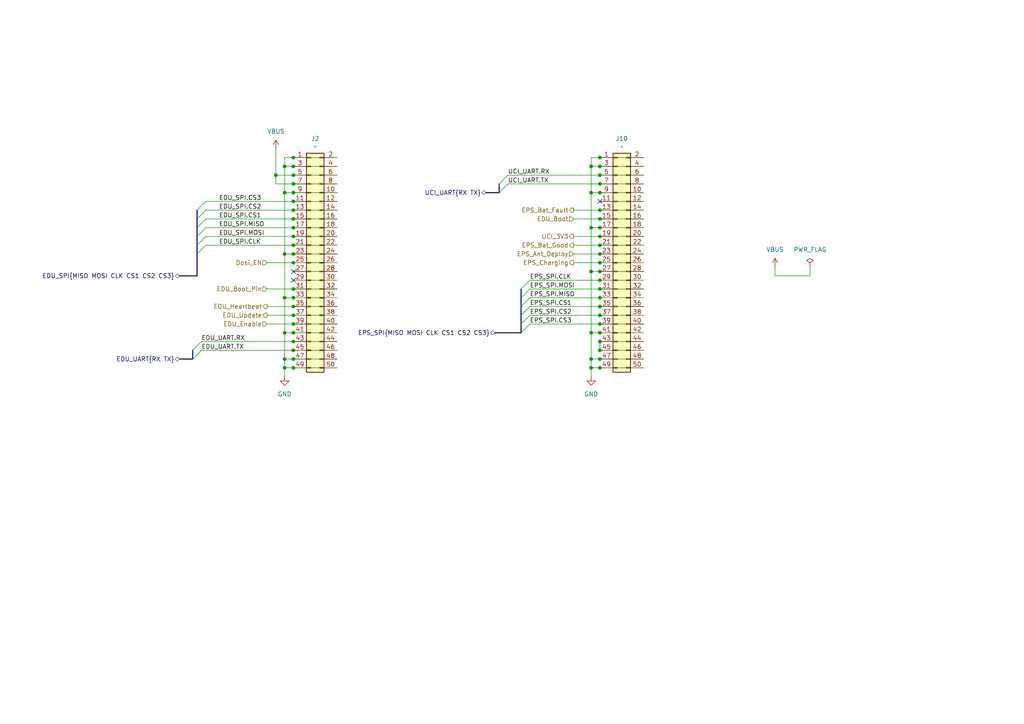
<source format=kicad_sch>
(kicad_sch (version 20211123) (generator eeschema)
  (paper "A4")
  (lib_symbols
    (symbol "Connector_Generic:Conn_02x25_Odd_Even" (pin_names (offset 1.016) hide)
      (property "Reference" "J" (at 1.27 33.02 0))
      (property "Value" "Conn_02x25_Odd_Even" (at 1.27 -33.02 0))
      (symbol "Conn_02x25_Odd_Even_1_1"
        (rectangle (start -1.27 -30.353) (end 0 -30.607) (stroke (width 0.1524)))
        (rectangle (start -1.27 -27.813) (end 0 -28.067) (stroke (width 0.1524)))
        (rectangle (start -1.27 -25.273) (end 0 -25.527) (stroke (width 0.1524)))
        (rectangle (start -1.27 -22.733) (end 0 -22.987) (stroke (width 0.1524)))
        (rectangle (start -1.27 -20.193) (end 0 -20.447) (stroke (width 0.1524)))
        (rectangle (start -1.27 -17.653) (end 0 -17.907) (stroke (width 0.1524)))
        (rectangle (start -1.27 -15.113) (end 0 -15.367) (stroke (width 0.1524)))
        (rectangle (start -1.27 -12.573) (end 0 -12.827) (stroke (width 0.1524)))
        (rectangle (start -1.27 -10.033) (end 0 -10.287) (stroke (width 0.1524)))
        (rectangle (start -1.27 -7.493) (end 0 -7.747) (stroke (width 0.1524)))
        (rectangle (start -1.27 -4.953) (end 0 -5.207) (stroke (width 0.1524)))
        (rectangle (start -1.27 -2.413) (end 0 -2.667) (stroke (width 0.1524)))
        (rectangle (start -1.27 0.127) (end 0 -0.127) (stroke (width 0.1524)))
        (rectangle (start -1.27 2.667) (end 0 2.413) (stroke (width 0.1524)))
        (rectangle (start -1.27 5.207) (end 0 4.953) (stroke (width 0.1524)))
        (rectangle (start -1.27 7.747) (end 0 7.493) (stroke (width 0.1524)))
        (rectangle (start -1.27 10.287) (end 0 10.033) (stroke (width 0.1524)))
        (rectangle (start -1.27 12.827) (end 0 12.573) (stroke (width 0.1524)))
        (rectangle (start -1.27 15.367) (end 0 15.113) (stroke (width 0.1524)))
        (rectangle (start -1.27 17.907) (end 0 17.653) (stroke (width 0.1524)))
        (rectangle (start -1.27 20.447) (end 0 20.193) (stroke (width 0.1524)))
        (rectangle (start -1.27 22.987) (end 0 22.733) (stroke (width 0.1524)))
        (rectangle (start -1.27 25.527) (end 0 25.273) (stroke (width 0.1524)))
        (rectangle (start -1.27 28.067) (end 0 27.813) (stroke (width 0.1524)))
        (rectangle (start -1.27 30.607) (end 0 30.353) (stroke (width 0.1524)))
        (rectangle (start -1.27 31.75) (end 3.81 -31.75) (stroke (width 0.254)) (fill (type background)))
        (rectangle (start 3.81 -30.353) (end 2.54 -30.607) (stroke (width 0.1524)))
        (rectangle (start 3.81 -27.813) (end 2.54 -28.067) (stroke (width 0.1524)))
        (rectangle (start 3.81 -25.273) (end 2.54 -25.527) (stroke (width 0.1524)))
        (rectangle (start 3.81 -22.733) (end 2.54 -22.987) (stroke (width 0.1524)))
        (rectangle (start 3.81 -20.193) (end 2.54 -20.447) (stroke (width 0.1524)))
        (rectangle (start 3.81 -17.653) (end 2.54 -17.907) (stroke (width 0.1524)))
        (rectangle (start 3.81 -15.113) (end 2.54 -15.367) (stroke (width 0.1524)))
        (rectangle (start 3.81 -12.573) (end 2.54 -12.827) (stroke (width 0.1524)))
        (rectangle (start 3.81 -10.033) (end 2.54 -10.287) (stroke (width 0.1524)))
        (rectangle (start 3.81 -7.493) (end 2.54 -7.747) (stroke (width 0.1524)))
        (rectangle (start 3.81 -4.953) (end 2.54 -5.207) (stroke (width 0.1524)))
        (rectangle (start 3.81 -2.413) (end 2.54 -2.667) (stroke (width 0.1524)))
        (rectangle (start 3.81 0.127) (end 2.54 -0.127) (stroke (width 0.1524)))
        (rectangle (start 3.81 2.667) (end 2.54 2.413) (stroke (width 0.1524)))
        (rectangle (start 3.81 5.207) (end 2.54 4.953) (stroke (width 0.1524)))
        (rectangle (start 3.81 7.747) (end 2.54 7.493) (stroke (width 0.1524)))
        (rectangle (start 3.81 10.287) (end 2.54 10.033) (stroke (width 0.1524)))
        (rectangle (start 3.81 12.827) (end 2.54 12.573) (stroke (width 0.1524)))
        (rectangle (start 3.81 15.367) (end 2.54 15.113) (stroke (width 0.1524)))
        (rectangle (start 3.81 17.907) (end 2.54 17.653) (stroke (width 0.1524)))
        (rectangle (start 3.81 20.447) (end 2.54 20.193) (stroke (width 0.1524)))
        (rectangle (start 3.81 22.987) (end 2.54 22.733) (stroke (width 0.1524)))
        (rectangle (start 3.81 25.527) (end 2.54 25.273) (stroke (width 0.1524)))
        (rectangle (start 3.81 28.067) (end 2.54 27.813) (stroke (width 0.1524)))
        (rectangle (start 3.81 30.607) (end 2.54 30.353) (stroke (width 0.1524)))
        (pin passive line (at -5.08 30.48 0) (length 3.81) (name "Pin_1") (number "1"))
        (pin passive line (at 7.62 20.32 180) (length 3.81) (name "Pin_10") (number "10"))
        (pin passive line (at -5.08 17.78 0) (length 3.81) (name "Pin_11") (number "11"))
        (pin passive line (at 7.62 17.78 180) (length 3.81) (name "Pin_12") (number "12"))
        (pin passive line (at -5.08 15.24 0) (length 3.81) (name "Pin_13") (number "13"))
        (pin passive line (at 7.62 15.24 180) (length 3.81) (name "Pin_14") (number "14"))
        (pin passive line (at -5.08 12.7 0) (length 3.81) (name "Pin_15") (number "15"))
        (pin passive line (at 7.62 12.7 180) (length 3.81) (name "Pin_16") (number "16"))
        (pin passive line (at -5.08 10.16 0) (length 3.81) (name "Pin_17") (number "17"))
        (pin passive line (at 7.62 10.16 180) (length 3.81) (name "Pin_18") (number "18"))
        (pin passive line (at -5.08 7.62 0) (length 3.81) (name "Pin_19") (number "19"))
        (pin passive line (at 7.62 30.48 180) (length 3.81) (name "Pin_2") (number "2"))
        (pin passive line (at 7.62 7.62 180) (length 3.81) (name "Pin_20") (number "20"))
        (pin passive line (at -5.08 5.08 0) (length 3.81) (name "Pin_21") (number "21"))
        (pin passive line (at 7.62 5.08 180) (length 3.81) (name "Pin_22") (number "22"))
        (pin passive line (at -5.08 2.54 0) (length 3.81) (name "Pin_23") (number "23"))
        (pin passive line (at 7.62 2.54 180) (length 3.81) (name "Pin_24") (number "24"))
        (pin passive line (at -5.08 0 0) (length 3.81) (name "Pin_25") (number "25"))
        (pin passive line (at 7.62 0 180) (length 3.81) (name "Pin_26") (number "26"))
        (pin passive line (at -5.08 -2.54 0) (length 3.81) (name "Pin_27") (number "27"))
        (pin passive line (at 7.62 -2.54 180) (length 3.81) (name "Pin_28") (number "28"))
        (pin passive line (at -5.08 -5.08 0) (length 3.81) (name "Pin_29") (number "29"))
        (pin passive line (at -5.08 27.94 0) (length 3.81) (name "Pin_3") (number "3"))
        (pin passive line (at 7.62 -5.08 180) (length 3.81) (name "Pin_30") (number "30"))
        (pin passive line (at -5.08 -7.62 0) (length 3.81) (name "Pin_31") (number "31"))
        (pin passive line (at 7.62 -7.62 180) (length 3.81) (name "Pin_32") (number "32"))
        (pin passive line (at -5.08 -10.16 0) (length 3.81) (name "Pin_33") (number "33"))
        (pin passive line (at 7.62 -10.16 180) (length 3.81) (name "Pin_34") (number "34"))
        (pin passive line (at -5.08 -12.7 0) (length 3.81) (name "Pin_35") (number "35"))
        (pin passive line (at 7.62 -12.7 180) (length 3.81) (name "Pin_36") (number "36"))
        (pin passive line (at -5.08 -15.24 0) (length 3.81) (name "Pin_37") (number "37"))
        (pin passive line (at 7.62 -15.24 180) (length 3.81) (name "Pin_38") (number "38"))
        (pin passive line (at -5.08 -17.78 0) (length 3.81) (name "Pin_39") (number "39"))
        (pin passive line (at 7.62 27.94 180) (length 3.81) (name "Pin_4") (number "4"))
        (pin passive line (at 7.62 -17.78 180) (length 3.81) (name "Pin_40") (number "40"))
        (pin passive line (at -5.08 -20.32 0) (length 3.81) (name "Pin_41") (number "41"))
        (pin passive line (at 7.62 -20.32 180) (length 3.81) (name "Pin_42") (number "42"))
        (pin passive line (at -5.08 -22.86 0) (length 3.81) (name "Pin_43") (number "43"))
        (pin passive line (at 7.62 -22.86 180) (length 3.81) (name "Pin_44") (number "44"))
        (pin passive line (at -5.08 -25.4 0) (length 3.81) (name "Pin_45") (number "45"))
        (pin passive line (at 7.62 -25.4 180) (length 3.81) (name "Pin_46") (number "46"))
        (pin passive line (at -5.08 -27.94 0) (length 3.81) (name "Pin_47") (number "47"))
        (pin passive line (at 7.62 -27.94 180) (length 3.81) (name "Pin_48") (number "48"))
        (pin passive line (at -5.08 -30.48 0) (length 3.81) (name "Pin_49") (number "49"))
        (pin passive line (at -5.08 25.4 0) (length 3.81) (name "Pin_5") (number "5"))
        (pin passive line (at 7.62 -30.48 180) (length 3.81) (name "Pin_50") (number "50"))
        (pin passive line (at 7.62 25.4 180) (length 3.81) (name "Pin_6") (number "6"))
        (pin passive line (at -5.08 22.86 0) (length 3.81) (name "Pin_7") (number "7"))
        (pin passive line (at 7.62 22.86 180) (length 3.81) (name "Pin_8") (number "8"))
        (pin passive line (at -5.08 20.32 0) (length 3.81) (name "Pin_9") (number "9"))
      )
    )
    (symbol "power:GND" (power) (pin_names (offset 0))
      (property "Value" "GND" (at 0 -3.81 0))
      (symbol "GND_0_1"
        (polyline (pts (xy 0 0) (xy 0 -1.27) (xy 1.27 -1.27) (xy 0 -2.54) (xy -1.27 -1.27) (xy 0 -1.27)))
      )
      (symbol "GND_1_1"
        (pin power_in line (at 0 0 270) (length 0) hide (name "GND") (number "1"))
      )
    )
    (symbol "power:PWR_FLAG" (power) (pin_numbers hide) (pin_names (offset 0) hide)
      (property "Value" "PWR_FLAG" (at 0 3.81 0))
      (symbol "PWR_FLAG_0_0"
        (pin power_out line (at 0 0 90) (length 0) (name "pwr") (number "1"))
      )
      (symbol "PWR_FLAG_0_1"
        (polyline (pts (xy 0 0) (xy 0 1.27) (xy -1.016 1.905) (xy 0 2.54) (xy 1.016 1.905) (xy 0 1.27)))
      )
    )
    (symbol "power:VBUS" (power) (pin_names (offset 0))
      (property "Value" "VBUS" (at 0 3.81 0))
      (symbol "VBUS_0_1"
        (polyline (pts (xy -0.762 1.27) (xy 0 2.54)))
        (polyline (pts (xy 0 0) (xy 0 2.54)))
        (polyline (pts (xy 0 2.54) (xy 0.762 1.27)))
      )
      (symbol "VBUS_1_1"
        (pin power_in line (at 0 0 90) (length 0) hide (name "VBUS") (number "1"))
      )
    )
  )
  (junction (at 171.45 78.74))
  (junction (at 173.99 91.44))
  (junction (at 82.55 73.66))
  (junction (at 173.99 63.5))
  (junction (at 173.99 60.96))
  (junction (at 85.09 58.42))
  (junction (at 173.99 45.72))
  (junction (at 85.09 71.12))
  (junction (at 171.45 55.88))
  (junction (at 173.99 73.66))
  (junction (at 173.99 76.2))
  (junction (at 85.09 83.82))
  (junction (at 171.45 104.14))
  (junction (at 82.55 48.26))
  (junction (at 85.09 101.6))
  (junction (at 173.99 88.9))
  (junction (at 85.09 68.58))
  (junction (at 85.09 106.68))
  (junction (at 171.45 66.04))
  (junction (at 173.99 93.98))
  (junction (at 85.09 96.52))
  (junction (at 173.99 71.12))
  (junction (at 173.99 81.28))
  (junction (at 173.99 106.68))
  (junction (at 171.45 48.26))
  (junction (at 173.99 99.06))
  (junction (at 173.99 48.26))
  (junction (at 85.09 45.72))
  (junction (at 171.45 96.52))
  (junction (at 173.99 104.14))
  (junction (at 82.55 106.68))
  (junction (at 173.99 66.04))
  (junction (at 80.01 50.8))
  (junction (at 85.09 93.98))
  (junction (at 82.55 96.52))
  (junction (at 85.09 66.04))
  (junction (at 173.99 55.88))
  (junction (at 85.09 48.26))
  (junction (at 85.09 104.14))
  (junction (at 85.09 60.96))
  (junction (at 82.55 55.88))
  (junction (at 173.99 86.36))
  (junction (at 82.55 104.14))
  (junction (at 85.09 55.88))
  (junction (at 173.99 68.58))
  (junction (at 173.99 50.8))
  (junction (at 173.99 83.82))
  (junction (at 85.09 99.06))
  (junction (at 85.09 88.9))
  (junction (at 85.09 63.5))
  (junction (at 85.09 76.2))
  (junction (at 85.09 53.34))
  (junction (at 85.09 73.66))
  (junction (at 82.55 86.36))
  (junction (at 173.99 53.34))
  (junction (at 85.09 86.36))
  (junction (at 85.09 50.8))
  (junction (at 171.45 106.68))
  (junction (at 173.99 78.74))
  (junction (at 173.99 101.6))
  (junction (at 85.09 91.44))
  (junction (at 173.99 96.52))
  (no_connect (at 85.09 81.28))
  (no_connect (at 85.09 78.74))
  (no_connect (at 173.99 58.42))
  (bus_entry (at 151.13 93.98) (size 2.54 -2.54))
  (bus_entry (at 57.15 63.5) (size 2.54 -2.54))
  (bus_entry (at 57.15 71.12) (size 2.54 -2.54))
  (bus_entry (at 55.88 104.14) (size 2.54 -2.54))
  (bus_entry (at 151.13 83.82) (size 2.54 -2.54))
  (bus_entry (at 57.15 68.58) (size 2.54 -2.54))
  (bus_entry (at 151.13 91.44) (size 2.54 -2.54))
  (bus_entry (at 55.88 101.6) (size 2.54 -2.54))
  (bus_entry (at 151.13 96.52) (size 2.54 -2.54))
  (bus_entry (at 144.78 53.34) (size 2.54 -2.54))
  (bus_entry (at 57.15 73.66) (size 2.54 -2.54))
  (bus_entry (at 57.15 66.04) (size 2.54 -2.54))
  (bus_entry (at 57.15 60.96) (size 2.54 -2.54))
  (bus_entry (at 151.13 86.36) (size 2.54 -2.54))
  (bus_entry (at 151.13 88.9) (size 2.54 -2.54))
  (bus_entry (at 144.78 55.88) (size 2.54 -2.54))
  (wire (pts (xy 85.09 48.26) (xy 97.79 48.26)))
  (wire (pts (xy 85.09 99.06) (xy 97.79 99.06)))
  (wire (pts (xy 85.09 73.66) (xy 97.79 73.66)))
  (wire (pts (xy 80.01 50.8) (xy 80.01 53.34)))
  (wire (pts (xy 77.47 76.2) (xy 85.09 76.2)))
  (wire (pts (xy 85.09 88.9) (xy 97.79 88.9)))
  (wire (pts (xy 171.45 96.52) (xy 173.99 96.52)))
  (wire (pts (xy 173.99 104.14) (xy 186.69 104.14)))
  (bus (pts (xy 57.15 71.12) (xy 57.15 73.66)))
  (bus (pts (xy 55.88 101.6) (xy 55.88 104.14)))
  (wire (pts (xy 173.99 99.06) (xy 173.99 101.6)))
  (wire (pts (xy 173.99 96.52) (xy 186.69 96.52)))
  (wire (pts (xy 85.09 86.36) (xy 97.79 86.36)))
  (wire (pts (xy 77.47 91.44) (xy 85.09 91.44)))
  (wire (pts (xy 173.99 88.9) (xy 186.69 88.9)))
  (wire (pts (xy 85.09 76.2) (xy 97.79 76.2)))
  (bus (pts (xy 151.13 88.9) (xy 151.13 91.44)))
  (wire (pts (xy 234.95 80.01) (xy 224.79 80.01)))
  (wire (pts (xy 82.55 73.66) (xy 85.09 73.66)))
  (wire (pts (xy 173.99 106.68) (xy 186.69 106.68)))
  (wire (pts (xy 166.37 68.58) (xy 173.99 68.58)))
  (wire (pts (xy 171.45 55.88) (xy 171.45 48.26)))
  (wire (pts (xy 153.67 91.44) (xy 173.99 91.44)))
  (wire (pts (xy 173.99 71.12) (xy 186.69 71.12)))
  (wire (pts (xy 82.55 106.68) (xy 85.09 106.68)))
  (wire (pts (xy 173.99 53.34) (xy 186.69 53.34)))
  (wire (pts (xy 166.37 76.2) (xy 173.99 76.2)))
  (wire (pts (xy 82.55 86.36) (xy 82.55 73.66)))
  (wire (pts (xy 85.09 83.82) (xy 97.79 83.82)))
  (wire (pts (xy 173.99 73.66) (xy 186.69 73.66)))
  (wire (pts (xy 171.45 106.68) (xy 171.45 104.14)))
  (wire (pts (xy 173.99 83.82) (xy 186.69 83.82)))
  (wire (pts (xy 82.55 48.26) (xy 82.55 55.88)))
  (wire (pts (xy 173.99 63.5) (xy 186.69 63.5)))
  (wire (pts (xy 173.99 60.96) (xy 186.69 60.96)))
  (wire (pts (xy 153.67 83.82) (xy 173.99 83.82)))
  (bus (pts (xy 151.13 86.36) (xy 151.13 88.9)))
  (wire (pts (xy 85.09 66.04) (xy 97.79 66.04)))
  (wire (pts (xy 85.09 63.5) (xy 97.79 63.5)))
  (wire (pts (xy 85.09 55.88) (xy 97.79 55.88)))
  (wire (pts (xy 171.45 48.26) (xy 173.99 48.26)))
  (wire (pts (xy 82.55 104.14) (xy 82.55 96.52)))
  (bus (pts (xy 57.15 73.66) (xy 57.15 80.01)))
  (wire (pts (xy 85.09 91.44) (xy 97.79 91.44)))
  (wire (pts (xy 85.09 81.28) (xy 97.79 81.28)))
  (wire (pts (xy 77.47 93.98) (xy 85.09 93.98)))
  (wire (pts (xy 171.45 66.04) (xy 173.99 66.04)))
  (wire (pts (xy 85.09 101.6) (xy 97.79 101.6)))
  (wire (pts (xy 234.95 77.47) (xy 234.95 80.01)))
  (wire (pts (xy 85.09 93.98) (xy 97.79 93.98)))
  (wire (pts (xy 166.37 60.96) (xy 173.99 60.96)))
  (bus (pts (xy 57.15 66.04) (xy 57.15 68.58)))
  (bus (pts (xy 151.13 96.52) (xy 143.51 96.52)))
  (wire (pts (xy 173.99 48.26) (xy 186.69 48.26)))
  (wire (pts (xy 58.42 101.6) (xy 85.09 101.6)))
  (wire (pts (xy 85.09 96.52) (xy 97.79 96.52)))
  (wire (pts (xy 85.09 71.12) (xy 97.79 71.12)))
  (wire (pts (xy 82.55 86.36) (xy 85.09 86.36)))
  (bus (pts (xy 151.13 91.44) (xy 151.13 93.98)))
  (wire (pts (xy 85.09 68.58) (xy 97.79 68.58)))
  (wire (pts (xy 59.69 68.58) (xy 85.09 68.58)))
  (wire (pts (xy 171.45 48.26) (xy 171.45 45.72)))
  (bus (pts (xy 55.88 104.14) (xy 52.07 104.14)))
  (wire (pts (xy 153.67 93.98) (xy 173.99 93.98)))
  (wire (pts (xy 85.09 78.74) (xy 97.79 78.74)))
  (wire (pts (xy 82.55 73.66) (xy 82.55 55.88)))
  (bus (pts (xy 151.13 93.98) (xy 151.13 96.52)))
  (wire (pts (xy 171.45 78.74) (xy 171.45 66.04)))
  (wire (pts (xy 59.69 63.5) (xy 85.09 63.5)))
  (wire (pts (xy 173.99 86.36) (xy 186.69 86.36)))
  (wire (pts (xy 77.47 88.9) (xy 85.09 88.9)))
  (wire (pts (xy 173.99 58.42) (xy 186.69 58.42)))
  (wire (pts (xy 85.09 45.72) (xy 97.79 45.72)))
  (wire (pts (xy 171.45 109.22) (xy 171.45 106.68)))
  (wire (pts (xy 59.69 66.04) (xy 85.09 66.04)))
  (wire (pts (xy 82.55 104.14) (xy 85.09 104.14)))
  (wire (pts (xy 173.99 76.2) (xy 186.69 76.2)))
  (wire (pts (xy 153.67 81.28) (xy 173.99 81.28)))
  (wire (pts (xy 173.99 93.98) (xy 186.69 93.98)))
  (wire (pts (xy 82.55 55.88) (xy 85.09 55.88)))
  (wire (pts (xy 166.37 73.66) (xy 173.99 73.66)))
  (wire (pts (xy 173.99 99.06) (xy 186.69 99.06)))
  (wire (pts (xy 82.55 45.72) (xy 85.09 45.72)))
  (wire (pts (xy 58.42 99.06) (xy 85.09 99.06)))
  (wire (pts (xy 147.32 53.34) (xy 173.99 53.34)))
  (wire (pts (xy 147.32 50.8) (xy 173.99 50.8)))
  (wire (pts (xy 171.45 104.14) (xy 173.99 104.14)))
  (wire (pts (xy 82.55 48.26) (xy 85.09 48.26)))
  (bus (pts (xy 57.15 60.96) (xy 57.15 63.5)))
  (wire (pts (xy 82.55 96.52) (xy 85.09 96.52)))
  (wire (pts (xy 82.55 96.52) (xy 82.55 86.36)))
  (bus (pts (xy 57.15 80.01) (xy 52.07 80.01)))
  (bus (pts (xy 144.78 53.34) (xy 144.78 55.88)))
  (wire (pts (xy 77.47 83.82) (xy 85.09 83.82)))
  (wire (pts (xy 173.99 55.88) (xy 186.69 55.88)))
  (bus (pts (xy 144.78 55.88) (xy 140.97 55.88)))
  (wire (pts (xy 171.45 78.74) (xy 173.99 78.74)))
  (wire (pts (xy 85.09 53.34) (xy 97.79 53.34)))
  (wire (pts (xy 85.09 50.8) (xy 97.79 50.8)))
  (wire (pts (xy 173.99 101.6) (xy 186.69 101.6)))
  (wire (pts (xy 85.09 104.14) (xy 97.79 104.14)))
  (wire (pts (xy 82.55 109.22) (xy 82.55 106.68)))
  (wire (pts (xy 59.69 58.42) (xy 85.09 58.42)))
  (bus (pts (xy 151.13 83.82) (xy 151.13 86.36)))
  (wire (pts (xy 82.55 106.68) (xy 82.55 104.14)))
  (wire (pts (xy 171.45 66.04) (xy 171.45 55.88)))
  (bus (pts (xy 57.15 68.58) (xy 57.15 71.12)))
  (wire (pts (xy 153.67 88.9) (xy 173.99 88.9)))
  (wire (pts (xy 173.99 91.44) (xy 186.69 91.44)))
  (wire (pts (xy 173.99 68.58) (xy 186.69 68.58)))
  (wire (pts (xy 85.09 106.68) (xy 97.79 106.68)))
  (wire (pts (xy 171.45 106.68) (xy 173.99 106.68)))
  (wire (pts (xy 80.01 53.34) (xy 85.09 53.34)))
  (wire (pts (xy 82.55 48.26) (xy 82.55 45.72)))
  (wire (pts (xy 153.67 86.36) (xy 173.99 86.36)))
  (wire (pts (xy 85.09 58.42) (xy 97.79 58.42)))
  (wire (pts (xy 80.01 50.8) (xy 85.09 50.8)))
  (wire (pts (xy 171.45 104.14) (xy 171.45 96.52)))
  (wire (pts (xy 173.99 81.28) (xy 186.69 81.28)))
  (wire (pts (xy 59.69 60.96) (xy 85.09 60.96)))
  (wire (pts (xy 166.37 63.5) (xy 173.99 63.5)))
  (wire (pts (xy 173.99 45.72) (xy 186.69 45.72)))
  (bus (pts (xy 57.15 63.5) (xy 57.15 66.04)))
  (wire (pts (xy 166.37 71.12) (xy 173.99 71.12)))
  (wire (pts (xy 171.45 45.72) (xy 173.99 45.72)))
  (wire (pts (xy 224.79 80.01) (xy 224.79 77.47)))
  (wire (pts (xy 173.99 78.74) (xy 186.69 78.74)))
  (wire (pts (xy 171.45 96.52) (xy 171.45 78.74)))
  (wire (pts (xy 173.99 50.8) (xy 186.69 50.8)))
  (wire (pts (xy 80.01 43.18) (xy 80.01 50.8)))
  (wire (pts (xy 59.69 71.12) (xy 85.09 71.12)))
  (wire (pts (xy 173.99 66.04) (xy 186.69 66.04)))
  (wire (pts (xy 85.09 60.96) (xy 97.79 60.96)))
  (wire (pts (xy 171.45 55.88) (xy 173.99 55.88)))
  (label "EPS_SPI.CS3" (at 153.67 93.98 0))
  (label "EDU_SPI.CLK" (at 63.5 71.12 0))
  (label "EDU_SPI.MOSI" (at 63.5 68.58 0))
  (label "EPS_SPI.CS1" (at 153.67 88.9 0))
  (label "EPS_SPI.CLK" (at 153.67 81.28 0))
  (label "EDU_SPI.MISO" (at 63.5 66.04 0))
  (label "UCI_UART.TX" (at 147.32 53.34 0))
  (label "EDU_SPI.CS1" (at 63.5 63.5 0))
  (label "EDU_SPI.CS3" (at 63.5 58.42 0))
  (label "EDU_SPI.CS2" (at 63.5 60.96 0))
  (label "EPS_SPI.MOSI" (at 153.67 83.82 0))
  (label "EPS_SPI.MISO" (at 153.67 86.36 0))
  (label "UCI_UART.RX" (at 147.32 50.8 0))
  (label "EDU_UART.RX" (at 58.42 99.06 0))
  (label "EDU_UART.TX" (at 58.42 101.6 0))
  (label "EPS_SPI.CS2" (at 153.67 91.44 0))
  (hierarchical_label "EDU_SPI{MISO MOSI CLK CS1 CS2 CS3}" (shape bidirectional) (at 52.07 80.01 180))
  (hierarchical_label "EDU_Boot" (shape input) (at 166.37 63.5 180))
  (hierarchical_label "UCI_3V3" (shape output) (at 166.37 68.58 180))
  (hierarchical_label "EPS_Bat_Fault" (shape output) (at 166.37 60.96 180))
  (hierarchical_label "EPS_SPI{MISO MOSI CLK CS1 CS2 CS3}" (shape bidirectional) (at 143.51 96.52 180))
  (hierarchical_label "EPS_Ant_Deploy" (shape input) (at 166.37 73.66 180))
  (hierarchical_label "UCI_UART{RX TX}" (shape bidirectional) (at 140.97 55.88 180))
  (hierarchical_label "EDU_Update" (shape output) (at 77.47 91.44 180))
  (hierarchical_label "EDU_Enable" (shape input) (at 77.47 93.98 180))
  (hierarchical_label "EPS_Charging" (shape output) (at 166.37 76.2 180))
  (hierarchical_label "EDU_Heartbeat" (shape output) (at 77.47 88.9 180))
  (hierarchical_label "Dosi_EN" (shape input) (at 77.47 76.2 180))
  (hierarchical_label "EPS_Bat_Good" (shape output) (at 166.37 71.12 180))
  (hierarchical_label "EDU_UART{RX TX}" (shape bidirectional) (at 52.07 104.14 180))
  (hierarchical_label "EDU_Boot_Pin" (shape input) (at 77.47 83.82 180))
  (symbol (lib_id "Connector_Generic:Conn_02x25_Odd_Even") (at 90.17 76.2 0) (unit 1)
    (property "Reference" "J2" (at 91.44 40.2082 0))
    (property "Value" "~" (at 91.44 42.5196 0))
    (property "Footprint" "Connector_PinSocket_2.00mm:PinSocket_2x25_P2.00mm_Vertical" (effects hide))
  )
  (symbol (lib_id "Connector_Generic:Conn_02x25_Odd_Even") (at 179.07 76.2 0) (unit 1)
    (property "Reference" "J10" (at 180.34 40.2082 0))
    (property "Value" "~" (at 180.34 42.5196 0))
    (property "Footprint" "Connector_PinSocket_2.00mm:PinSocket_2x25_P2.00mm_Vertical" (effects hide))
  )
  (symbol (lib_id "power:VBUS") (at 80.01 43.18 0) (unit 1)
    (property "Reference" "#PWR0120" (effects hide))
    (property "Value" "VBUS" (at 80.01 38.1 0))
  )
  (symbol (lib_id "power:PWR_FLAG") (at 234.95 77.47 0) (unit 1)
    (property "Reference" "#FLG0101" (effects hide))
    (property "Value" "PWR_FLAG" (at 234.95 72.39 0))
  )
  (symbol (lib_id "power:VBUS") (at 224.79 77.47 0) (unit 1)
    (property "Reference" "#PWR0122" (effects hide))
    (property "Value" "VBUS" (at 224.79 72.39 0))
  )
  (symbol (lib_id "power:GND") (at 82.55 109.22 0) (unit 1)
    (property "Reference" "#PWR0119" (effects hide))
    (property "Value" "GND" (at 82.55 114.3 0))
  )
  (symbol (lib_id "power:GND") (at 171.45 109.22 0) (unit 1)
    (property "Reference" "#PWR0121" (effects hide))
    (property "Value" "GND" (at 171.45 114.3 0))
  )
)
</source>
